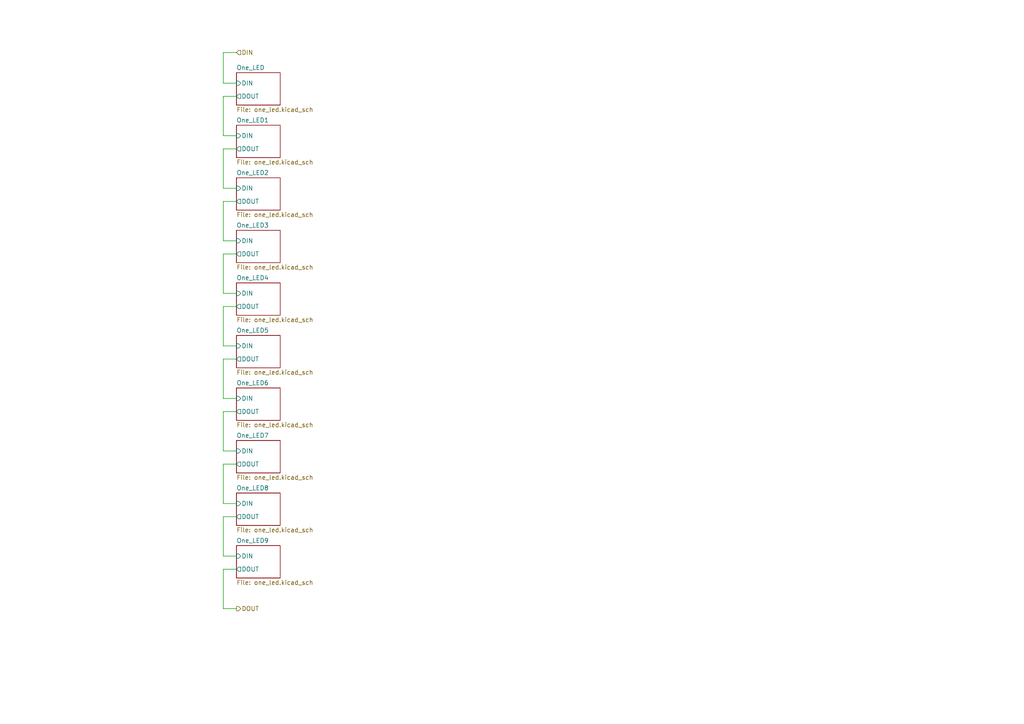
<source format=kicad_sch>
(kicad_sch
	(version 20231120)
	(generator "eeschema")
	(generator_version "8.0")
	(uuid "57e0d637-35d9-4c8f-993f-369af46ad5fe")
	(paper "A4")
	(lib_symbols)
	(wire
		(pts
			(xy 64.77 58.42) (xy 64.77 69.85)
		)
		(stroke
			(width 0)
			(type default)
		)
		(uuid "02b8dea5-6235-4488-9e3c-d8b293747940")
	)
	(wire
		(pts
			(xy 68.58 134.62) (xy 64.77 134.62)
		)
		(stroke
			(width 0)
			(type default)
		)
		(uuid "052d4339-ccd3-416b-88f6-51d088c2503d")
	)
	(wire
		(pts
			(xy 64.77 130.81) (xy 68.58 130.81)
		)
		(stroke
			(width 0)
			(type default)
		)
		(uuid "075e902e-189d-4adf-bc81-3f0428314aec")
	)
	(wire
		(pts
			(xy 64.77 27.94) (xy 64.77 39.37)
		)
		(stroke
			(width 0)
			(type default)
		)
		(uuid "09a80ed7-4701-4920-a91f-1b47071e7d88")
	)
	(wire
		(pts
			(xy 68.58 149.86) (xy 64.77 149.86)
		)
		(stroke
			(width 0)
			(type default)
		)
		(uuid "183a39e9-59fc-4547-8a6a-5cc1f91a7f2f")
	)
	(wire
		(pts
			(xy 64.77 88.9) (xy 64.77 100.33)
		)
		(stroke
			(width 0)
			(type default)
		)
		(uuid "278fe168-9c82-432e-b4d2-bf398d80e99c")
	)
	(wire
		(pts
			(xy 64.77 161.29) (xy 68.58 161.29)
		)
		(stroke
			(width 0)
			(type default)
		)
		(uuid "3b319258-b769-4fe5-adbf-b86d23d20b27")
	)
	(wire
		(pts
			(xy 64.77 24.13) (xy 68.58 24.13)
		)
		(stroke
			(width 0)
			(type default)
		)
		(uuid "42c86eb4-0416-493e-8d1f-81f6bed767d1")
	)
	(wire
		(pts
			(xy 68.58 165.1) (xy 64.77 165.1)
		)
		(stroke
			(width 0)
			(type default)
		)
		(uuid "4c1ca4ae-658b-4bec-b854-17f46df52077")
	)
	(wire
		(pts
			(xy 68.58 58.42) (xy 64.77 58.42)
		)
		(stroke
			(width 0)
			(type default)
		)
		(uuid "4e2c0835-bccf-49e4-bfb2-93d58aa5c7f5")
	)
	(wire
		(pts
			(xy 68.58 73.66) (xy 64.77 73.66)
		)
		(stroke
			(width 0)
			(type default)
		)
		(uuid "575ee12a-8624-48bc-a95d-d2da1af58d19")
	)
	(wire
		(pts
			(xy 68.58 27.94) (xy 64.77 27.94)
		)
		(stroke
			(width 0)
			(type default)
		)
		(uuid "5df838e5-1038-47b8-96b1-439e2b6e3761")
	)
	(wire
		(pts
			(xy 64.77 73.66) (xy 64.77 85.09)
		)
		(stroke
			(width 0)
			(type default)
		)
		(uuid "5e986bc6-f621-483d-bf09-485ddbeda21e")
	)
	(wire
		(pts
			(xy 64.77 39.37) (xy 68.58 39.37)
		)
		(stroke
			(width 0)
			(type default)
		)
		(uuid "5ee01bfa-c31f-4538-9427-41cbc4943603")
	)
	(wire
		(pts
			(xy 68.58 104.14) (xy 64.77 104.14)
		)
		(stroke
			(width 0)
			(type default)
		)
		(uuid "6f7572a5-7132-4938-830e-850171fe009b")
	)
	(wire
		(pts
			(xy 68.58 119.38) (xy 64.77 119.38)
		)
		(stroke
			(width 0)
			(type default)
		)
		(uuid "736eced4-226c-4812-98f9-f349dde2918c")
	)
	(wire
		(pts
			(xy 68.58 15.24) (xy 64.77 15.24)
		)
		(stroke
			(width 0)
			(type default)
		)
		(uuid "7c7a2ee6-d6e5-40a2-a6e7-f6bd1aad165d")
	)
	(wire
		(pts
			(xy 68.58 43.18) (xy 64.77 43.18)
		)
		(stroke
			(width 0)
			(type default)
		)
		(uuid "8708082e-262d-41a8-8bcb-97379b6e1a5e")
	)
	(wire
		(pts
			(xy 64.77 119.38) (xy 64.77 130.81)
		)
		(stroke
			(width 0)
			(type default)
		)
		(uuid "9090d4e4-ee5a-4a06-9ec0-452c01aa0864")
	)
	(wire
		(pts
			(xy 64.77 165.1) (xy 64.77 176.53)
		)
		(stroke
			(width 0)
			(type default)
		)
		(uuid "94b42b4a-738e-4258-bbb8-6d24fdb68741")
	)
	(wire
		(pts
			(xy 64.77 149.86) (xy 64.77 161.29)
		)
		(stroke
			(width 0)
			(type default)
		)
		(uuid "98b2173e-d7ac-425a-afb5-6c28a85e4797")
	)
	(wire
		(pts
			(xy 68.58 88.9) (xy 64.77 88.9)
		)
		(stroke
			(width 0)
			(type default)
		)
		(uuid "a3563e19-71a6-477e-8c80-acd1d6683484")
	)
	(wire
		(pts
			(xy 64.77 43.18) (xy 64.77 54.61)
		)
		(stroke
			(width 0)
			(type default)
		)
		(uuid "a72f3b69-06b3-47a8-90fe-59294b600938")
	)
	(wire
		(pts
			(xy 64.77 176.53) (xy 68.58 176.53)
		)
		(stroke
			(width 0)
			(type default)
		)
		(uuid "adaaf3a5-dd59-4053-8242-42d2767bd323")
	)
	(wire
		(pts
			(xy 64.77 54.61) (xy 68.58 54.61)
		)
		(stroke
			(width 0)
			(type default)
		)
		(uuid "b0c43102-c215-4039-8611-6316eb703426")
	)
	(wire
		(pts
			(xy 64.77 146.05) (xy 68.58 146.05)
		)
		(stroke
			(width 0)
			(type default)
		)
		(uuid "cf1517a1-56cc-4994-aab4-752139d7b813")
	)
	(wire
		(pts
			(xy 64.77 69.85) (xy 68.58 69.85)
		)
		(stroke
			(width 0)
			(type default)
		)
		(uuid "cf50cc54-6916-4528-8cc1-c5ba34966a6d")
	)
	(wire
		(pts
			(xy 64.77 134.62) (xy 64.77 146.05)
		)
		(stroke
			(width 0)
			(type default)
		)
		(uuid "ede4d944-2ca6-4a8c-9e32-ad478e1742f9")
	)
	(wire
		(pts
			(xy 64.77 115.57) (xy 68.58 115.57)
		)
		(stroke
			(width 0)
			(type default)
		)
		(uuid "ef0bbaef-28e7-4c56-9798-0e78f1b8cf8e")
	)
	(wire
		(pts
			(xy 64.77 15.24) (xy 64.77 24.13)
		)
		(stroke
			(width 0)
			(type default)
		)
		(uuid "efc60882-6976-4578-8fac-ba11ce0a75b2")
	)
	(wire
		(pts
			(xy 64.77 85.09) (xy 68.58 85.09)
		)
		(stroke
			(width 0)
			(type default)
		)
		(uuid "f1939198-e795-4d84-9d45-9975f89b3266")
	)
	(wire
		(pts
			(xy 64.77 100.33) (xy 68.58 100.33)
		)
		(stroke
			(width 0)
			(type default)
		)
		(uuid "f39bdf32-c102-4bdd-8d2a-8c1a2f7b5a03")
	)
	(wire
		(pts
			(xy 64.77 104.14) (xy 64.77 115.57)
		)
		(stroke
			(width 0)
			(type default)
		)
		(uuid "fdf0d324-cfdd-470a-9586-66501b971dd7")
	)
	(hierarchical_label "DIN"
		(shape input)
		(at 68.58 15.24 0)
		(fields_autoplaced yes)
		(effects
			(font
				(size 1.27 1.27)
			)
			(justify left)
		)
		(uuid "5feb751b-19c1-4ca1-9c6c-b634e22924e1")
	)
	(hierarchical_label "DOUT"
		(shape output)
		(at 68.58 176.53 0)
		(fields_autoplaced yes)
		(effects
			(font
				(size 1.27 1.27)
			)
			(justify left)
		)
		(uuid "bce76423-c707-4e45-aafc-7e76b33c0a39")
	)
	(sheet
		(at 68.58 21.082)
		(size 12.7 9.398)
		(fields_autoplaced yes)
		(stroke
			(width 0.1524)
			(type solid)
		)
		(fill
			(color 0 0 0 0.0000)
		)
		(uuid "127f51fa-afbc-4301-86c8-00130281e9ad")
		(property "Sheetname" "One_LED"
			(at 68.58 20.3704 0)
			(effects
				(font
					(size 1.27 1.27)
				)
				(justify left bottom)
			)
		)
		(property "Sheetfile" "one_led.kicad_sch"
			(at 68.58 31.0646 0)
			(effects
				(font
					(size 1.27 1.27)
				)
				(justify left top)
			)
		)
		(pin "DOUT" output
			(at 68.58 27.94 180)
			(effects
				(font
					(size 1.27 1.27)
				)
				(justify left)
			)
			(uuid "2c30aad8-e891-4db1-a945-f4d7301c1a99")
		)
		(pin "DIN" input
			(at 68.58 24.13 180)
			(effects
				(font
					(size 1.27 1.27)
				)
				(justify left)
			)
			(uuid "09b793d1-6ea7-421b-a1ab-a4476f5815be")
		)
		(instances
			(project "pixel_grid"
				(path "/dd28517b-2380-453b-a31b-6c2453084f06/626d1112-9934-4057-ac17-f0cd9dd04131"
					(page "3")
				)
				(path "/dd28517b-2380-453b-a31b-6c2453084f06/9235713f-81d2-4966-a595-9eb476f8e02d"
					(page "14")
				)
				(path "/dd28517b-2380-453b-a31b-6c2453084f06/a1fec637-4968-4b28-a84d-05663cfea80f"
					(page "25")
				)
				(path "/dd28517b-2380-453b-a31b-6c2453084f06/66395e80-6a50-4939-be6c-d20f798ac25d"
					(page "36")
				)
				(path "/dd28517b-2380-453b-a31b-6c2453084f06/ff6f04d4-27d3-47a5-8c13-398de9d32a1d"
					(page "47")
				)
				(path "/dd28517b-2380-453b-a31b-6c2453084f06/617412c6-ba87-41e1-bfbf-dd56d0d0f18a"
					(page "58")
				)
				(path "/dd28517b-2380-453b-a31b-6c2453084f06/22c056fb-85d8-4b8e-a63a-4e804adebaa7"
					(page "69")
				)
				(path "/dd28517b-2380-453b-a31b-6c2453084f06/225d9180-4dc3-4ba0-a528-42cb71ca9ad1"
					(page "80")
				)
				(path "/dd28517b-2380-453b-a31b-6c2453084f06/49c9e95b-db66-41a9-b05d-a6bdd496972c"
					(page "91")
				)
				(path "/dd28517b-2380-453b-a31b-6c2453084f06/b4944909-d324-4e01-a792-ebdc5bb00e51"
					(page "102")
				)
			)
		)
	)
	(sheet
		(at 68.58 112.522)
		(size 12.7 9.398)
		(fields_autoplaced yes)
		(stroke
			(width 0.1524)
			(type solid)
		)
		(fill
			(color 0 0 0 0.0000)
		)
		(uuid "19fdd39f-d4c4-48af-bf15-9a72eadc0a40")
		(property "Sheetname" "One_LED6"
			(at 68.58 111.8104 0)
			(effects
				(font
					(size 1.27 1.27)
				)
				(justify left bottom)
			)
		)
		(property "Sheetfile" "one_led.kicad_sch"
			(at 68.58 122.5046 0)
			(effects
				(font
					(size 1.27 1.27)
				)
				(justify left top)
			)
		)
		(pin "DOUT" output
			(at 68.58 119.38 180)
			(effects
				(font
					(size 1.27 1.27)
				)
				(justify left)
			)
			(uuid "62ade6af-a54a-485f-9a66-fa2284b07443")
		)
		(pin "DIN" input
			(at 68.58 115.57 180)
			(effects
				(font
					(size 1.27 1.27)
				)
				(justify left)
			)
			(uuid "3e08f0fb-30b4-4539-901d-67e5bdff943d")
		)
		(instances
			(project "pixel_grid"
				(path "/dd28517b-2380-453b-a31b-6c2453084f06/626d1112-9934-4057-ac17-f0cd9dd04131"
					(page "9")
				)
				(path "/dd28517b-2380-453b-a31b-6c2453084f06/9235713f-81d2-4966-a595-9eb476f8e02d"
					(page "20")
				)
				(path "/dd28517b-2380-453b-a31b-6c2453084f06/a1fec637-4968-4b28-a84d-05663cfea80f"
					(page "31")
				)
				(path "/dd28517b-2380-453b-a31b-6c2453084f06/66395e80-6a50-4939-be6c-d20f798ac25d"
					(page "42")
				)
				(path "/dd28517b-2380-453b-a31b-6c2453084f06/ff6f04d4-27d3-47a5-8c13-398de9d32a1d"
					(page "53")
				)
				(path "/dd28517b-2380-453b-a31b-6c2453084f06/617412c6-ba87-41e1-bfbf-dd56d0d0f18a"
					(page "64")
				)
				(path "/dd28517b-2380-453b-a31b-6c2453084f06/22c056fb-85d8-4b8e-a63a-4e804adebaa7"
					(page "75")
				)
				(path "/dd28517b-2380-453b-a31b-6c2453084f06/225d9180-4dc3-4ba0-a528-42cb71ca9ad1"
					(page "86")
				)
				(path "/dd28517b-2380-453b-a31b-6c2453084f06/49c9e95b-db66-41a9-b05d-a6bdd496972c"
					(page "97")
				)
				(path "/dd28517b-2380-453b-a31b-6c2453084f06/b4944909-d324-4e01-a792-ebdc5bb00e51"
					(page "108")
				)
			)
		)
	)
	(sheet
		(at 68.58 143.002)
		(size 12.7 9.398)
		(fields_autoplaced yes)
		(stroke
			(width 0.1524)
			(type solid)
		)
		(fill
			(color 0 0 0 0.0000)
		)
		(uuid "2db9dc1a-7f95-4fbe-af7e-db3bb5ba2b28")
		(property "Sheetname" "One_LED8"
			(at 68.58 142.2904 0)
			(effects
				(font
					(size 1.27 1.27)
				)
				(justify left bottom)
			)
		)
		(property "Sheetfile" "one_led.kicad_sch"
			(at 68.58 152.9846 0)
			(effects
				(font
					(size 1.27 1.27)
				)
				(justify left top)
			)
		)
		(pin "DOUT" output
			(at 68.58 149.86 180)
			(effects
				(font
					(size 1.27 1.27)
				)
				(justify left)
			)
			(uuid "18a5fcaf-cf37-44e6-a98a-e00c19ba4550")
		)
		(pin "DIN" input
			(at 68.58 146.05 180)
			(effects
				(font
					(size 1.27 1.27)
				)
				(justify left)
			)
			(uuid "43ddd03a-3329-4f17-8a31-8d98e368befb")
		)
		(instances
			(project "pixel_grid"
				(path "/dd28517b-2380-453b-a31b-6c2453084f06/626d1112-9934-4057-ac17-f0cd9dd04131"
					(page "11")
				)
				(path "/dd28517b-2380-453b-a31b-6c2453084f06/9235713f-81d2-4966-a595-9eb476f8e02d"
					(page "22")
				)
				(path "/dd28517b-2380-453b-a31b-6c2453084f06/a1fec637-4968-4b28-a84d-05663cfea80f"
					(page "33")
				)
				(path "/dd28517b-2380-453b-a31b-6c2453084f06/66395e80-6a50-4939-be6c-d20f798ac25d"
					(page "44")
				)
				(path "/dd28517b-2380-453b-a31b-6c2453084f06/ff6f04d4-27d3-47a5-8c13-398de9d32a1d"
					(page "55")
				)
				(path "/dd28517b-2380-453b-a31b-6c2453084f06/617412c6-ba87-41e1-bfbf-dd56d0d0f18a"
					(page "66")
				)
				(path "/dd28517b-2380-453b-a31b-6c2453084f06/22c056fb-85d8-4b8e-a63a-4e804adebaa7"
					(page "77")
				)
				(path "/dd28517b-2380-453b-a31b-6c2453084f06/225d9180-4dc3-4ba0-a528-42cb71ca9ad1"
					(page "88")
				)
				(path "/dd28517b-2380-453b-a31b-6c2453084f06/49c9e95b-db66-41a9-b05d-a6bdd496972c"
					(page "99")
				)
				(path "/dd28517b-2380-453b-a31b-6c2453084f06/b4944909-d324-4e01-a792-ebdc5bb00e51"
					(page "110")
				)
			)
		)
	)
	(sheet
		(at 68.58 97.282)
		(size 12.7 9.398)
		(fields_autoplaced yes)
		(stroke
			(width 0.1524)
			(type solid)
		)
		(fill
			(color 0 0 0 0.0000)
		)
		(uuid "36edcbc9-f085-4045-af49-621dcf122a48")
		(property "Sheetname" "One_LED5"
			(at 68.58 96.5704 0)
			(effects
				(font
					(size 1.27 1.27)
				)
				(justify left bottom)
			)
		)
		(property "Sheetfile" "one_led.kicad_sch"
			(at 68.58 107.2646 0)
			(effects
				(font
					(size 1.27 1.27)
				)
				(justify left top)
			)
		)
		(pin "DOUT" output
			(at 68.58 104.14 180)
			(effects
				(font
					(size 1.27 1.27)
				)
				(justify left)
			)
			(uuid "2e5ee09c-5a31-4eca-ad4b-3d333740ae8a")
		)
		(pin "DIN" input
			(at 68.58 100.33 180)
			(effects
				(font
					(size 1.27 1.27)
				)
				(justify left)
			)
			(uuid "7f1bfe19-8e79-4a25-b20d-de4b9156b97c")
		)
		(instances
			(project "pixel_grid"
				(path "/dd28517b-2380-453b-a31b-6c2453084f06/626d1112-9934-4057-ac17-f0cd9dd04131"
					(page "8")
				)
				(path "/dd28517b-2380-453b-a31b-6c2453084f06/9235713f-81d2-4966-a595-9eb476f8e02d"
					(page "19")
				)
				(path "/dd28517b-2380-453b-a31b-6c2453084f06/a1fec637-4968-4b28-a84d-05663cfea80f"
					(page "30")
				)
				(path "/dd28517b-2380-453b-a31b-6c2453084f06/66395e80-6a50-4939-be6c-d20f798ac25d"
					(page "41")
				)
				(path "/dd28517b-2380-453b-a31b-6c2453084f06/ff6f04d4-27d3-47a5-8c13-398de9d32a1d"
					(page "52")
				)
				(path "/dd28517b-2380-453b-a31b-6c2453084f06/617412c6-ba87-41e1-bfbf-dd56d0d0f18a"
					(page "63")
				)
				(path "/dd28517b-2380-453b-a31b-6c2453084f06/22c056fb-85d8-4b8e-a63a-4e804adebaa7"
					(page "74")
				)
				(path "/dd28517b-2380-453b-a31b-6c2453084f06/225d9180-4dc3-4ba0-a528-42cb71ca9ad1"
					(page "85")
				)
				(path "/dd28517b-2380-453b-a31b-6c2453084f06/49c9e95b-db66-41a9-b05d-a6bdd496972c"
					(page "96")
				)
				(path "/dd28517b-2380-453b-a31b-6c2453084f06/b4944909-d324-4e01-a792-ebdc5bb00e51"
					(page "107")
				)
			)
		)
	)
	(sheet
		(at 68.58 127.762)
		(size 12.7 9.398)
		(fields_autoplaced yes)
		(stroke
			(width 0.1524)
			(type solid)
		)
		(fill
			(color 0 0 0 0.0000)
		)
		(uuid "5ba8c7ae-9932-45b4-92e4-83c769424736")
		(property "Sheetname" "One_LED7"
			(at 68.58 127.0504 0)
			(effects
				(font
					(size 1.27 1.27)
				)
				(justify left bottom)
			)
		)
		(property "Sheetfile" "one_led.kicad_sch"
			(at 68.58 137.7446 0)
			(effects
				(font
					(size 1.27 1.27)
				)
				(justify left top)
			)
		)
		(pin "DOUT" output
			(at 68.58 134.62 180)
			(effects
				(font
					(size 1.27 1.27)
				)
				(justify left)
			)
			(uuid "fce959da-0a45-478e-b708-92077f80ad26")
		)
		(pin "DIN" input
			(at 68.58 130.81 180)
			(effects
				(font
					(size 1.27 1.27)
				)
				(justify left)
			)
			(uuid "dae296fb-e232-4a73-b186-8833e9c2966b")
		)
		(instances
			(project "pixel_grid"
				(path "/dd28517b-2380-453b-a31b-6c2453084f06/626d1112-9934-4057-ac17-f0cd9dd04131"
					(page "10")
				)
				(path "/dd28517b-2380-453b-a31b-6c2453084f06/9235713f-81d2-4966-a595-9eb476f8e02d"
					(page "21")
				)
				(path "/dd28517b-2380-453b-a31b-6c2453084f06/a1fec637-4968-4b28-a84d-05663cfea80f"
					(page "32")
				)
				(path "/dd28517b-2380-453b-a31b-6c2453084f06/66395e80-6a50-4939-be6c-d20f798ac25d"
					(page "43")
				)
				(path "/dd28517b-2380-453b-a31b-6c2453084f06/ff6f04d4-27d3-47a5-8c13-398de9d32a1d"
					(page "54")
				)
				(path "/dd28517b-2380-453b-a31b-6c2453084f06/617412c6-ba87-41e1-bfbf-dd56d0d0f18a"
					(page "65")
				)
				(path "/dd28517b-2380-453b-a31b-6c2453084f06/22c056fb-85d8-4b8e-a63a-4e804adebaa7"
					(page "76")
				)
				(path "/dd28517b-2380-453b-a31b-6c2453084f06/225d9180-4dc3-4ba0-a528-42cb71ca9ad1"
					(page "87")
				)
				(path "/dd28517b-2380-453b-a31b-6c2453084f06/49c9e95b-db66-41a9-b05d-a6bdd496972c"
					(page "98")
				)
				(path "/dd28517b-2380-453b-a31b-6c2453084f06/b4944909-d324-4e01-a792-ebdc5bb00e51"
					(page "109")
				)
			)
		)
	)
	(sheet
		(at 68.58 36.322)
		(size 12.7 9.398)
		(fields_autoplaced yes)
		(stroke
			(width 0.1524)
			(type solid)
		)
		(fill
			(color 0 0 0 0.0000)
		)
		(uuid "701cfa64-86aa-4389-a58f-def8839f3fe8")
		(property "Sheetname" "One_LED1"
			(at 68.58 35.6104 0)
			(effects
				(font
					(size 1.27 1.27)
				)
				(justify left bottom)
			)
		)
		(property "Sheetfile" "one_led.kicad_sch"
			(at 68.58 46.3046 0)
			(effects
				(font
					(size 1.27 1.27)
				)
				(justify left top)
			)
		)
		(pin "DOUT" output
			(at 68.58 43.18 180)
			(effects
				(font
					(size 1.27 1.27)
				)
				(justify left)
			)
			(uuid "689ab1dd-c461-425b-b361-3c43280b5900")
		)
		(pin "DIN" input
			(at 68.58 39.37 180)
			(effects
				(font
					(size 1.27 1.27)
				)
				(justify left)
			)
			(uuid "70196ca7-a059-4949-a3db-fd4cf226f060")
		)
		(instances
			(project "pixel_grid"
				(path "/dd28517b-2380-453b-a31b-6c2453084f06/626d1112-9934-4057-ac17-f0cd9dd04131"
					(page "4")
				)
				(path "/dd28517b-2380-453b-a31b-6c2453084f06/9235713f-81d2-4966-a595-9eb476f8e02d"
					(page "15")
				)
				(path "/dd28517b-2380-453b-a31b-6c2453084f06/a1fec637-4968-4b28-a84d-05663cfea80f"
					(page "26")
				)
				(path "/dd28517b-2380-453b-a31b-6c2453084f06/66395e80-6a50-4939-be6c-d20f798ac25d"
					(page "37")
				)
				(path "/dd28517b-2380-453b-a31b-6c2453084f06/ff6f04d4-27d3-47a5-8c13-398de9d32a1d"
					(page "48")
				)
				(path "/dd28517b-2380-453b-a31b-6c2453084f06/617412c6-ba87-41e1-bfbf-dd56d0d0f18a"
					(page "59")
				)
				(path "/dd28517b-2380-453b-a31b-6c2453084f06/22c056fb-85d8-4b8e-a63a-4e804adebaa7"
					(page "70")
				)
				(path "/dd28517b-2380-453b-a31b-6c2453084f06/225d9180-4dc3-4ba0-a528-42cb71ca9ad1"
					(page "81")
				)
				(path "/dd28517b-2380-453b-a31b-6c2453084f06/49c9e95b-db66-41a9-b05d-a6bdd496972c"
					(page "92")
				)
				(path "/dd28517b-2380-453b-a31b-6c2453084f06/b4944909-d324-4e01-a792-ebdc5bb00e51"
					(page "103")
				)
			)
		)
	)
	(sheet
		(at 68.58 51.562)
		(size 12.7 9.398)
		(fields_autoplaced yes)
		(stroke
			(width 0.1524)
			(type solid)
		)
		(fill
			(color 0 0 0 0.0000)
		)
		(uuid "81711821-b068-4301-b022-fcd1a46fe7c3")
		(property "Sheetname" "One_LED2"
			(at 68.58 50.8504 0)
			(effects
				(font
					(size 1.27 1.27)
				)
				(justify left bottom)
			)
		)
		(property "Sheetfile" "one_led.kicad_sch"
			(at 68.58 61.5446 0)
			(effects
				(font
					(size 1.27 1.27)
				)
				(justify left top)
			)
		)
		(pin "DOUT" output
			(at 68.58 58.42 180)
			(effects
				(font
					(size 1.27 1.27)
				)
				(justify left)
			)
			(uuid "c21941d6-c40b-4bc9-8ef2-289cadef75ca")
		)
		(pin "DIN" input
			(at 68.58 54.61 180)
			(effects
				(font
					(size 1.27 1.27)
				)
				(justify left)
			)
			(uuid "84484102-58b5-41a4-bd4e-9de8ead0c746")
		)
		(instances
			(project "pixel_grid"
				(path "/dd28517b-2380-453b-a31b-6c2453084f06/626d1112-9934-4057-ac17-f0cd9dd04131"
					(page "5")
				)
				(path "/dd28517b-2380-453b-a31b-6c2453084f06/9235713f-81d2-4966-a595-9eb476f8e02d"
					(page "16")
				)
				(path "/dd28517b-2380-453b-a31b-6c2453084f06/a1fec637-4968-4b28-a84d-05663cfea80f"
					(page "27")
				)
				(path "/dd28517b-2380-453b-a31b-6c2453084f06/66395e80-6a50-4939-be6c-d20f798ac25d"
					(page "38")
				)
				(path "/dd28517b-2380-453b-a31b-6c2453084f06/ff6f04d4-27d3-47a5-8c13-398de9d32a1d"
					(page "49")
				)
				(path "/dd28517b-2380-453b-a31b-6c2453084f06/617412c6-ba87-41e1-bfbf-dd56d0d0f18a"
					(page "60")
				)
				(path "/dd28517b-2380-453b-a31b-6c2453084f06/22c056fb-85d8-4b8e-a63a-4e804adebaa7"
					(page "71")
				)
				(path "/dd28517b-2380-453b-a31b-6c2453084f06/225d9180-4dc3-4ba0-a528-42cb71ca9ad1"
					(page "82")
				)
				(path "/dd28517b-2380-453b-a31b-6c2453084f06/49c9e95b-db66-41a9-b05d-a6bdd496972c"
					(page "93")
				)
				(path "/dd28517b-2380-453b-a31b-6c2453084f06/b4944909-d324-4e01-a792-ebdc5bb00e51"
					(page "104")
				)
			)
		)
	)
	(sheet
		(at 68.58 66.802)
		(size 12.7 9.398)
		(fields_autoplaced yes)
		(stroke
			(width 0.1524)
			(type solid)
		)
		(fill
			(color 0 0 0 0.0000)
		)
		(uuid "8afbb509-01f7-434b-9bae-23fc708d7375")
		(property "Sheetname" "One_LED3"
			(at 68.58 66.0904 0)
			(effects
				(font
					(size 1.27 1.27)
				)
				(justify left bottom)
			)
		)
		(property "Sheetfile" "one_led.kicad_sch"
			(at 68.58 76.7846 0)
			(effects
				(font
					(size 1.27 1.27)
				)
				(justify left top)
			)
		)
		(pin "DOUT" output
			(at 68.58 73.66 180)
			(effects
				(font
					(size 1.27 1.27)
				)
				(justify left)
			)
			(uuid "faf1645d-6402-4097-9e59-2e95c522bd2c")
		)
		(pin "DIN" input
			(at 68.58 69.85 180)
			(effects
				(font
					(size 1.27 1.27)
				)
				(justify left)
			)
			(uuid "41016913-e71c-404e-a8da-0bf8dd376428")
		)
		(instances
			(project "pixel_grid"
				(path "/dd28517b-2380-453b-a31b-6c2453084f06/626d1112-9934-4057-ac17-f0cd9dd04131"
					(page "6")
				)
				(path "/dd28517b-2380-453b-a31b-6c2453084f06/9235713f-81d2-4966-a595-9eb476f8e02d"
					(page "17")
				)
				(path "/dd28517b-2380-453b-a31b-6c2453084f06/a1fec637-4968-4b28-a84d-05663cfea80f"
					(page "28")
				)
				(path "/dd28517b-2380-453b-a31b-6c2453084f06/66395e80-6a50-4939-be6c-d20f798ac25d"
					(page "39")
				)
				(path "/dd28517b-2380-453b-a31b-6c2453084f06/ff6f04d4-27d3-47a5-8c13-398de9d32a1d"
					(page "50")
				)
				(path "/dd28517b-2380-453b-a31b-6c2453084f06/617412c6-ba87-41e1-bfbf-dd56d0d0f18a"
					(page "61")
				)
				(path "/dd28517b-2380-453b-a31b-6c2453084f06/22c056fb-85d8-4b8e-a63a-4e804adebaa7"
					(page "72")
				)
				(path "/dd28517b-2380-453b-a31b-6c2453084f06/225d9180-4dc3-4ba0-a528-42cb71ca9ad1"
					(page "83")
				)
				(path "/dd28517b-2380-453b-a31b-6c2453084f06/49c9e95b-db66-41a9-b05d-a6bdd496972c"
					(page "94")
				)
				(path "/dd28517b-2380-453b-a31b-6c2453084f06/b4944909-d324-4e01-a792-ebdc5bb00e51"
					(page "105")
				)
			)
		)
	)
	(sheet
		(at 68.58 158.242)
		(size 12.7 9.398)
		(fields_autoplaced yes)
		(stroke
			(width 0.1524)
			(type solid)
		)
		(fill
			(color 0 0 0 0.0000)
		)
		(uuid "dd14865f-95e8-42b0-b302-ba7794b56b8b")
		(property "Sheetname" "One_LED9"
			(at 68.58 157.5304 0)
			(effects
				(font
					(size 1.27 1.27)
				)
				(justify left bottom)
			)
		)
		(property "Sheetfile" "one_led.kicad_sch"
			(at 68.58 168.2246 0)
			(effects
				(font
					(size 1.27 1.27)
				)
				(justify left top)
			)
		)
		(pin "DOUT" output
			(at 68.58 165.1 180)
			(effects
				(font
					(size 1.27 1.27)
				)
				(justify left)
			)
			(uuid "bab1852c-863b-496e-8029-ead59a849819")
		)
		(pin "DIN" input
			(at 68.58 161.29 180)
			(effects
				(font
					(size 1.27 1.27)
				)
				(justify left)
			)
			(uuid "9671a845-c764-4a66-9afc-01be53b9bfc1")
		)
		(instances
			(project "pixel_grid"
				(path "/dd28517b-2380-453b-a31b-6c2453084f06/626d1112-9934-4057-ac17-f0cd9dd04131"
					(page "12")
				)
				(path "/dd28517b-2380-453b-a31b-6c2453084f06/9235713f-81d2-4966-a595-9eb476f8e02d"
					(page "23")
				)
				(path "/dd28517b-2380-453b-a31b-6c2453084f06/a1fec637-4968-4b28-a84d-05663cfea80f"
					(page "34")
				)
				(path "/dd28517b-2380-453b-a31b-6c2453084f06/66395e80-6a50-4939-be6c-d20f798ac25d"
					(page "45")
				)
				(path "/dd28517b-2380-453b-a31b-6c2453084f06/ff6f04d4-27d3-47a5-8c13-398de9d32a1d"
					(page "56")
				)
				(path "/dd28517b-2380-453b-a31b-6c2453084f06/617412c6-ba87-41e1-bfbf-dd56d0d0f18a"
					(page "67")
				)
				(path "/dd28517b-2380-453b-a31b-6c2453084f06/22c056fb-85d8-4b8e-a63a-4e804adebaa7"
					(page "78")
				)
				(path "/dd28517b-2380-453b-a31b-6c2453084f06/225d9180-4dc3-4ba0-a528-42cb71ca9ad1"
					(page "89")
				)
				(path "/dd28517b-2380-453b-a31b-6c2453084f06/49c9e95b-db66-41a9-b05d-a6bdd496972c"
					(page "100")
				)
				(path "/dd28517b-2380-453b-a31b-6c2453084f06/b4944909-d324-4e01-a792-ebdc5bb00e51"
					(page "111")
				)
			)
		)
	)
	(sheet
		(at 68.58 82.042)
		(size 12.7 9.398)
		(fields_autoplaced yes)
		(stroke
			(width 0.1524)
			(type solid)
		)
		(fill
			(color 0 0 0 0.0000)
		)
		(uuid "ff460bc7-1e4e-4f5d-b83a-c46667b78335")
		(property "Sheetname" "One_LED4"
			(at 68.58 81.3304 0)
			(effects
				(font
					(size 1.27 1.27)
				)
				(justify left bottom)
			)
		)
		(property "Sheetfile" "one_led.kicad_sch"
			(at 68.58 92.0246 0)
			(effects
				(font
					(size 1.27 1.27)
				)
				(justify left top)
			)
		)
		(pin "DOUT" output
			(at 68.58 88.9 180)
			(effects
				(font
					(size 1.27 1.27)
				)
				(justify left)
			)
			(uuid "d12ec4dc-ced8-4af1-9ba9-cad9e7b9f719")
		)
		(pin "DIN" input
			(at 68.58 85.09 180)
			(effects
				(font
					(size 1.27 1.27)
				)
				(justify left)
			)
			(uuid "5bfe57d2-8afe-4239-9117-ef993ce804fa")
		)
		(instances
			(project "pixel_grid"
				(path "/dd28517b-2380-453b-a31b-6c2453084f06/626d1112-9934-4057-ac17-f0cd9dd04131"
					(page "7")
				)
				(path "/dd28517b-2380-453b-a31b-6c2453084f06/9235713f-81d2-4966-a595-9eb476f8e02d"
					(page "18")
				)
				(path "/dd28517b-2380-453b-a31b-6c2453084f06/a1fec637-4968-4b28-a84d-05663cfea80f"
					(page "29")
				)
				(path "/dd28517b-2380-453b-a31b-6c2453084f06/66395e80-6a50-4939-be6c-d20f798ac25d"
					(page "40")
				)
				(path "/dd28517b-2380-453b-a31b-6c2453084f06/ff6f04d4-27d3-47a5-8c13-398de9d32a1d"
					(page "51")
				)
				(path "/dd28517b-2380-453b-a31b-6c2453084f06/617412c6-ba87-41e1-bfbf-dd56d0d0f18a"
					(page "62")
				)
				(path "/dd28517b-2380-453b-a31b-6c2453084f06/22c056fb-85d8-4b8e-a63a-4e804adebaa7"
					(page "73")
				)
				(path "/dd28517b-2380-453b-a31b-6c2453084f06/225d9180-4dc3-4ba0-a528-42cb71ca9ad1"
					(page "84")
				)
				(path "/dd28517b-2380-453b-a31b-6c2453084f06/49c9e95b-db66-41a9-b05d-a6bdd496972c"
					(page "95")
				)
				(path "/dd28517b-2380-453b-a31b-6c2453084f06/b4944909-d324-4e01-a792-ebdc5bb00e51"
					(page "106")
				)
			)
		)
	)
)

</source>
